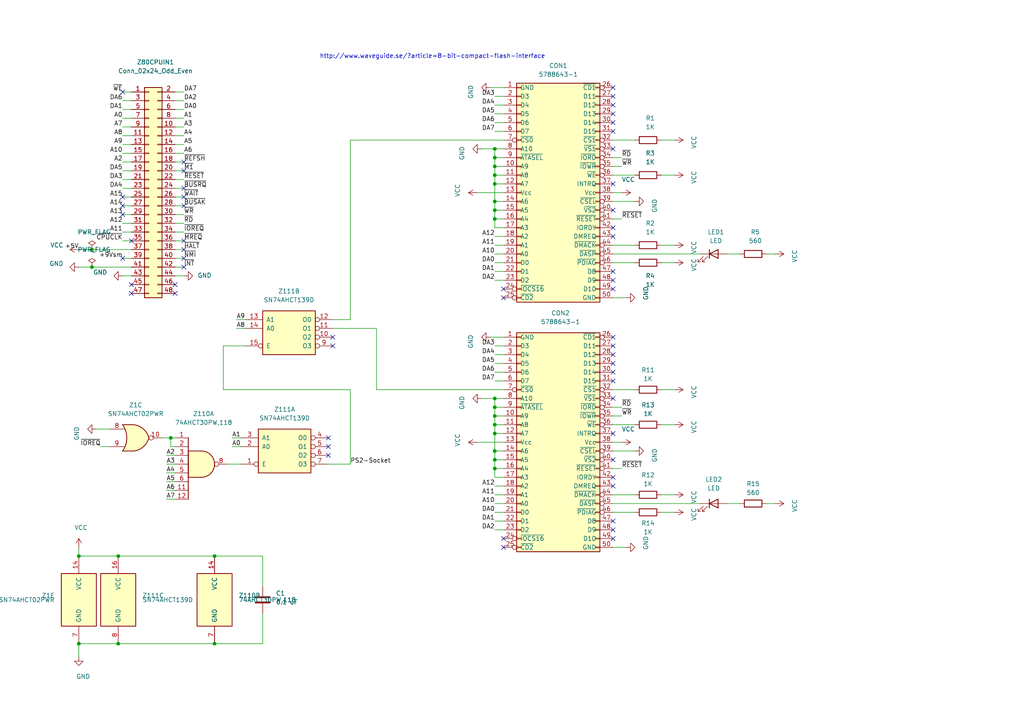
<source format=kicad_sch>
(kicad_sch (version 20211123) (generator eeschema)
  (paper "A4")
  (title_block (title "UniBoard") (date "2019-11-10") (rev "Alpha") (company "Ontobus") (comment 1 "John Bradley") (comment 2 "https://creativecommons.org/licenses/by-nc-sa/4.0/") (comment 3 "Attribution-NonCommercial-ShareAlike 4.0 International License.") (comment 4 "This work is licensed under a Creative Commons "))
  (lib_symbols
    (symbol "74xx:74HC02" (pin_names (offset 1.016))
      (property "Reference" "U" (at 0 1.27 0))
      (property "Value" "74HC02" (at 0 -1.27 0))
      (symbol "74HC02_1_1"
        (pin output inverted (at 7.62 0 180) (length 3.81) (name "~") (number "1"))
        (pin input line (at -7.62 2.54 0) (length 4.318) (name "~") (number "2"))
        (pin input line (at -7.62 -2.54 0) (length 4.318) (name "~") (number "3"))
      )
      (symbol "74HC02_1_2"
        (pin output line (at 7.62 0 180) (length 3.81) (name "~") (number "1"))
        (pin input inverted (at -7.62 2.54 0) (length 3.81) (name "~") (number "2"))
        (pin input inverted (at -7.62 -2.54 0) (length 3.81) (name "~") (number "3"))
      )
      (symbol "74HC02_2_1"
        (pin output inverted (at 7.62 0 180) (length 3.81) (name "~") (number "4"))
        (pin input line (at -7.62 2.54 0) (length 4.318) (name "~") (number "5"))
        (pin input line (at -7.62 -2.54 0) (length 4.318) (name "~") (number "6"))
      )
      (symbol "74HC02_2_2"
        (pin output line (at 7.62 0 180) (length 3.81) (name "~") (number "4"))
        (pin input inverted (at -7.62 2.54 0) (length 3.81) (name "~") (number "5"))
        (pin input inverted (at -7.62 -2.54 0) (length 3.81) (name "~") (number "6"))
      )
      (symbol "74HC02_3_1"
        (pin output inverted (at 7.62 0 180) (length 3.81) (name "~") (number "10"))
        (pin input line (at -7.62 2.54 0) (length 4.318) (name "~") (number "8"))
        (pin input line (at -7.62 -2.54 0) (length 4.318) (name "~") (number "9"))
      )
      (symbol "74HC02_3_2"
        (pin output line (at 7.62 0 180) (length 3.81) (name "~") (number "10"))
        (pin input inverted (at -7.62 2.54 0) (length 3.81) (name "~") (number "8"))
        (pin input inverted (at -7.62 -2.54 0) (length 3.81) (name "~") (number "9"))
      )
      (symbol "74HC02_4_1"
        (pin input line (at -7.62 2.54 0) (length 4.318) (name "~") (number "11"))
        (pin input line (at -7.62 -2.54 0) (length 4.318) (name "~") (number "12"))
        (pin output inverted (at 7.62 0 180) (length 3.81) (name "~") (number "13"))
      )
      (symbol "74HC02_4_2"
        (pin input inverted (at -7.62 2.54 0) (length 3.81) (name "~") (number "11"))
        (pin input inverted (at -7.62 -2.54 0) (length 3.81) (name "~") (number "12"))
        (pin output line (at 7.62 0 180) (length 3.81) (name "~") (number "13"))
      )
      (symbol "74HC02_5_0"
        (pin power_in line (at 0 12.7 270) (length 5.08) (name "VCC") (number "14"))
        (pin power_in line (at 0 -12.7 90) (length 5.08) (name "GND") (number "7"))
      )
    )
    (symbol "74xx:74LS139" (pin_names (offset 1.016))
      (property "Reference" "U" (at -7.62 8.89 0))
      (property "Value" "74LS139" (at -7.62 -8.89 0))
      (symbol "74LS139_1_0"
        (pin input inverted (at -12.7 -5.08 0) (length 5.08) (name "E") (number "1"))
        (pin input line (at -12.7 0 0) (length 5.08) (name "A0") (number "2"))
        (pin input line (at -12.7 2.54 0) (length 5.08) (name "A1") (number "3"))
        (pin output inverted (at 12.7 2.54 180) (length 5.08) (name "O0") (number "4"))
        (pin output inverted (at 12.7 0 180) (length 5.08) (name "O1") (number "5"))
        (pin output inverted (at 12.7 -2.54 180) (length 5.08) (name "O2") (number "6"))
        (pin output inverted (at 12.7 -5.08 180) (length 5.08) (name "O3") (number "7"))
      )
      (symbol "74LS139_2_0"
        (pin output inverted (at 12.7 -2.54 180) (length 5.08) (name "O2") (number "10"))
        (pin output inverted (at 12.7 0 180) (length 5.08) (name "O1") (number "11"))
        (pin output inverted (at 12.7 2.54 180) (length 5.08) (name "O0") (number "12"))
        (pin input line (at -12.7 2.54 0) (length 5.08) (name "A1") (number "13"))
        (pin input line (at -12.7 0 0) (length 5.08) (name "A0") (number "14"))
        (pin input inverted (at -12.7 -5.08 0) (length 5.08) (name "E") (number "15"))
        (pin output inverted (at 12.7 -5.08 180) (length 5.08) (name "O3") (number "9"))
      )
      (symbol "74LS139_3_0"
        (pin power_in line (at 0 12.7 270) (length 5.08) (name "VCC") (number "16"))
        (pin power_in line (at 0 -12.7 90) (length 5.08) (name "GND") (number "8"))
      )
    )
    (symbol "74xx:74LS30" (pin_names (offset 1.016))
      (property "Reference" "U" (at 0 1.27 0))
      (property "Value" "74LS30" (at 0 -1.27 0))
      (symbol "74LS30_1_1"
        (pin input line (at -7.62 7.62 0) (length 3.81) (name "~") (number "1"))
        (pin input line (at -7.62 -7.62 0) (length 3.81) (name "~") (number "11"))
        (pin input line (at -7.62 -10.16 0) (length 3.81) (name "~") (number "12"))
        (pin input line (at -7.62 5.08 0) (length 3.81) (name "~") (number "2"))
        (pin input line (at -7.62 2.54 0) (length 3.81) (name "~") (number "3"))
        (pin input line (at -7.62 0 0) (length 3.81) (name "~") (number "4"))
        (pin input line (at -7.62 -2.54 0) (length 3.81) (name "~") (number "5"))
        (pin input line (at -7.62 -5.08 0) (length 3.81) (name "~") (number "6"))
        (pin output inverted (at 7.62 0 180) (length 3.81) (name "~") (number "8"))
      )
      (symbol "74LS30_1_2"
        (pin input inverted (at -7.62 7.62 0) (length 3.81) (name "~") (number "1"))
        (pin input inverted (at -7.62 -7.62 0) (length 3.81) (name "~") (number "11"))
        (pin input inverted (at -7.62 -10.16 0) (length 3.81) (name "~") (number "12"))
        (pin input inverted (at -7.62 5.08 0) (length 3.81) (name "~") (number "2"))
        (pin input inverted (at -7.62 2.54 0) (length 4.5466) (name "~") (number "3"))
        (pin input inverted (at -7.62 0 0) (length 5.08) (name "~") (number "4"))
        (pin input inverted (at -7.62 -2.54 0) (length 4.5466) (name "~") (number "5"))
        (pin input inverted (at -7.62 -5.08 0) (length 3.81) (name "~") (number "6"))
        (pin output line (at 7.62 0 180) (length 3.81) (name "~") (number "8"))
      )
      (symbol "74LS30_2_0"
        (pin power_in line (at 0 12.7 270) (length 5.08) (name "VCC") (number "14"))
        (pin power_in line (at 0 -12.7 90) (length 5.08) (name "GND") (number "7"))
      )
    )
    (symbol "Connector_Generic:Conn_02x24_Odd_Even" (pin_names (offset 1.016) hide)
      (property "Reference" "J" (at 1.27 30.48 0))
      (property "Value" "Conn_02x24_Odd_Even" (at 1.27 -33.02 0))
      (symbol "Conn_02x24_Odd_Even_1_1"
        (pin passive line (at -5.08 27.94 0) (length 3.81) (name "Pin_1") (number "1"))
        (pin passive line (at 7.62 17.78 180) (length 3.81) (name "Pin_10") (number "10"))
        (pin passive line (at -5.08 15.24 0) (length 3.81) (name "Pin_11") (number "11"))
        (pin passive line (at 7.62 15.24 180) (length 3.81) (name "Pin_12") (number "12"))
        (pin passive line (at -5.08 12.7 0) (length 3.81) (name "Pin_13") (number "13"))
        (pin passive line (at 7.62 12.7 180) (length 3.81) (name "Pin_14") (number "14"))
        (pin passive line (at -5.08 10.16 0) (length 3.81) (name "Pin_15") (number "15"))
        (pin passive line (at 7.62 10.16 180) (length 3.81) (name "Pin_16") (number "16"))
        (pin passive line (at -5.08 7.62 0) (length 3.81) (name "Pin_17") (number "17"))
        (pin passive line (at 7.62 7.62 180) (length 3.81) (name "Pin_18") (number "18"))
        (pin passive line (at -5.08 5.08 0) (length 3.81) (name "Pin_19") (number "19"))
        (pin passive line (at 7.62 27.94 180) (length 3.81) (name "Pin_2") (number "2"))
        (pin passive line (at 7.62 5.08 180) (length 3.81) (name "Pin_20") (number "20"))
        (pin passive line (at -5.08 2.54 0) (length 3.81) (name "Pin_21") (number "21"))
        (pin passive line (at 7.62 2.54 180) (length 3.81) (name "Pin_22") (number "22"))
        (pin passive line (at -5.08 0 0) (length 3.81) (name "Pin_23") (number "23"))
        (pin passive line (at 7.62 0 180) (length 3.81) (name "Pin_24") (number "24"))
        (pin passive line (at -5.08 -2.54 0) (length 3.81) (name "Pin_25") (number "25"))
        (pin passive line (at 7.62 -2.54 180) (length 3.81) (name "Pin_26") (number "26"))
        (pin passive line (at -5.08 -5.08 0) (length 3.81) (name "Pin_27") (number "27"))
        (pin passive line (at 7.62 -5.08 180) (length 3.81) (name "Pin_28") (number "28"))
        (pin passive line (at -5.08 -7.62 0) (length 3.81) (name "Pin_29") (number "29"))
        (pin passive line (at -5.08 25.4 0) (length 3.81) (name "Pin_3") (number "3"))
        (pin passive line (at 7.62 -7.62 180) (length 3.81) (name "Pin_30") (number "30"))
        (pin passive line (at -5.08 -10.16 0) (length 3.81) (name "Pin_31") (number "31"))
        (pin passive line (at 7.62 -10.16 180) (length 3.81) (name "Pin_32") (number "32"))
        (pin passive line (at -5.08 -12.7 0) (length 3.81) (name "Pin_33") (number "33"))
        (pin passive line (at 7.62 -12.7 180) (length 3.81) (name "Pin_34") (number "34"))
        (pin passive line (at -5.08 -15.24 0) (length 3.81) (name "Pin_35") (number "35"))
        (pin passive line (at 7.62 -15.24 180) (length 3.81) (name "Pin_36") (number "36"))
        (pin passive line (at -5.08 -17.78 0) (length 3.81) (name "Pin_37") (number "37"))
        (pin passive line (at 7.62 -17.78 180) (length 3.81) (name "Pin_38") (number "38"))
        (pin passive line (at -5.08 -20.32 0) (length 3.81) (name "Pin_39") (number "39"))
        (pin passive line (at 7.62 25.4 180) (length 3.81) (name "Pin_4") (number "4"))
        (pin passive line (at 7.62 -20.32 180) (length 3.81) (name "Pin_40") (number "40"))
        (pin passive line (at -5.08 -22.86 0) (length 3.81) (name "Pin_41") (number "41"))
        (pin passive line (at 7.62 -22.86 180) (length 3.81) (name "Pin_42") (number "42"))
        (pin passive line (at -5.08 -25.4 0) (length 3.81) (name "Pin_43") (number "43"))
        (pin passive line (at 7.62 -25.4 180) (length 3.81) (name "Pin_44") (number "44"))
        (pin passive line (at -5.08 -27.94 0) (length 3.81) (name "Pin_45") (number "45"))
        (pin passive line (at 7.62 -27.94 180) (length 3.81) (name "Pin_46") (number "46"))
        (pin passive line (at -5.08 -30.48 0) (length 3.81) (name "Pin_47") (number "47"))
        (pin passive line (at 7.62 -30.48 180) (length 3.81) (name "Pin_48") (number "48"))
        (pin passive line (at -5.08 22.86 0) (length 3.81) (name "Pin_5") (number "5"))
        (pin passive line (at 7.62 22.86 180) (length 3.81) (name "Pin_6") (number "6"))
        (pin passive line (at -5.08 20.32 0) (length 3.81) (name "Pin_7") (number "7"))
        (pin passive line (at 7.62 20.32 180) (length 3.81) (name "Pin_8") (number "8"))
        (pin passive line (at -5.08 17.78 0) (length 3.81) (name "Pin_9") (number "9"))
      )
    )
    (symbol "Device:C" (pin_numbers hide) (pin_names (offset 0.254))
      (property "Reference" "C" (at 0.635 2.54 0))
      (property "Value" "C" (at 0.635 -2.54 0))
      (symbol "C_1_1"
        (pin passive line (at 0 3.81 270) (length 2.794) (name "~") (number "1"))
        (pin passive line (at 0 -3.81 90) (length 2.794) (name "~") (number "2"))
      )
    )
    (symbol "Device:LED" (pin_numbers hide) (pin_names (offset 1.016) hide)
      (property "Reference" "D" (at 0 2.54 0))
      (property "Value" "LED" (at 0 -2.54 0))
      (symbol "LED_1_1"
        (pin passive line (at -3.81 0 0) (length 2.54) (name "K") (number "1"))
        (pin passive line (at 3.81 0 180) (length 2.54) (name "A") (number "2"))
      )
    )
    (symbol "Device:R" (pin_numbers hide) (pin_names (offset 0))
      (property "Reference" "R" (at 2.032 0 90))
      (property "Value" "R" (at 0 0 90))
      (symbol "R_1_1"
        (pin passive line (at 0 3.81 270) (length 1.27) (name "~") (number "1"))
        (pin passive line (at 0 -3.81 90) (length 1.27) (name "~") (number "2"))
      )
    )
    (symbol "ExtraSymbols:5788643-1" (pin_names (offset 1.016))
      (property "Reference" "CF" (at 2.54 1.27 0))
      (property "Value" "5788643-1" (at 17.78 1.27 0))
      (symbol "5788643-1_1_1"
        (pin power_in line (at -3.81 -1.27 0) (length 3.81) (name "GND") (number "1"))
        (pin input line (at -3.81 -24.13 0) (length 3.81) (name "A9") (number "10"))
        (pin input line (at -3.81 -26.67 0) (length 3.81) (name "A8") (number "11"))
        (pin input line (at -3.81 -29.21 0) (length 3.81) (name "A7") (number "12"))
        (pin power_in line (at -3.81 -31.75 0) (length 3.81) (name "Vcc") (number "13"))
        (pin input line (at -3.81 -34.29 0) (length 3.81) (name "A6") (number "14"))
        (pin input line (at -3.81 -36.83 0) (length 3.81) (name "A5") (number "15"))
        (pin input line (at -3.81 -39.37 0) (length 3.81) (name "A4") (number "16"))
        (pin input line (at -3.81 -41.91 0) (length 3.81) (name "A3") (number "17"))
        (pin input line (at -3.81 -44.45 0) (length 3.81) (name "A2") (number "18"))
        (pin input line (at -3.81 -46.99 0) (length 3.81) (name "A1") (number "19"))
        (pin bidirectional line (at -3.81 -3.81 0) (length 3.81) (name "D3") (number "2"))
        (pin input line (at -3.81 -49.53 0) (length 3.81) (name "A0") (number "20"))
        (pin bidirectional line (at -3.81 -52.07 0) (length 3.81) (name "D0") (number "21"))
        (pin bidirectional line (at -3.81 -54.61 0) (length 3.81) (name "D1") (number "22"))
        (pin bidirectional line (at -3.81 -57.15 0) (length 3.81) (name "D2") (number "23"))
        (pin input inverted (at -3.81 -59.69 0) (length 3.81) (name "~{IOCS16}") (number "24"))
        (pin output inverted (at -3.81 -62.23 0) (length 3.81) (name "~{CD2}") (number "25"))
        (pin output inverted (at 27.94 -1.27 180) (length 3.81) (name "~{CD1}") (number "26"))
        (pin bidirectional line (at 27.94 -3.81 180) (length 3.81) (name "D11") (number "27"))
        (pin bidirectional line (at 27.94 -6.35 180) (length 3.81) (name "D12") (number "28"))
        (pin bidirectional line (at 27.94 -8.89 180) (length 3.81) (name "D13") (number "29"))
        (pin bidirectional line (at -3.81 -6.35 0) (length 3.81) (name "D4") (number "3"))
        (pin bidirectional line (at 27.94 -11.43 180) (length 3.81) (name "D14") (number "30"))
        (pin bidirectional line (at 27.94 -13.97 180) (length 3.81) (name "D15") (number "31"))
        (pin input inverted (at 27.94 -16.51 180) (length 3.81) (name "~{CS1}") (number "32"))
        (pin output inverted (at 27.94 -19.05 180) (length 3.81) (name "~{VS1}") (number "33"))
        (pin input inverted (at 27.94 -21.59 180) (length 3.81) (name "~{IORD}") (number "34"))
        (pin input inverted (at 27.94 -24.13 180) (length 3.81) (name "~{IOWR}") (number "35"))
        (pin input inverted (at 27.94 -26.67 180) (length 3.81) (name "~{WE}") (number "36"))
        (pin output line (at 27.94 -29.21 180) (length 3.81) (name "INTRQ") (number "37"))
        (pin power_in line (at 27.94 -31.75 180) (length 3.81) (name "Vcc") (number "38"))
        (pin input inverted (at 27.94 -34.29 180) (length 3.81) (name "~{CSEL}") (number "39"))
        (pin bidirectional line (at -3.81 -8.89 0) (length 3.81) (name "D5") (number "4"))
        (pin output inverted (at 27.94 -36.83 180) (length 3.81) (name "~{VS2}") (number "40"))
        (pin input inverted (at 27.94 -39.37 180) (length 3.81) (name "~{RESET}") (number "41"))
        (pin output line (at 27.94 -41.91 180) (length 3.81) (name "IORDY") (number "42"))
        (pin output line (at 27.94 -44.45 180) (length 3.81) (name "DMREQ") (number "43"))
        (pin input inverted (at 27.94 -46.99 180) (length 3.81) (name "~{DMACK}") (number "44"))
        (pin bidirectional inverted (at 27.94 -49.53 180) (length 3.81) (name "~{DASP}") (number "45"))
        (pin bidirectional inverted (at 27.94 -52.07 180) (length 3.81) (name "~{PDIAG}") (number "46"))
        (pin bidirectional line (at 27.94 -54.61 180) (length 3.81) (name "D8") (number "47"))
        (pin bidirectional line (at 27.94 -57.15 180) (length 3.81) (name "D9") (number "48"))
        (pin bidirectional line (at 27.94 -59.69 180) (length 3.81) (name "D10") (number "49"))
        (pin bidirectional line (at -3.81 -11.43 0) (length 3.81) (name "D6") (number "5"))
        (pin power_in line (at 27.94 -62.23 180) (length 3.81) (name "GND") (number "50"))
        (pin bidirectional line (at -3.81 -13.97 0) (length 3.81) (name "D7") (number "6"))
        (pin input inverted (at -3.81 -16.51 0) (length 3.81) (name "~{CS0}") (number "7"))
        (pin input line (at -3.81 -19.05 0) (length 3.81) (name "A10") (number "8"))
        (pin input line (at -3.81 -21.59 0) (length 3.81) (name "~{ATASEL}") (number "9"))
      )
    )
    (symbol "power:GND" (power) (pin_names (offset 0))
      (property "Value" "GND" (at 0 -3.81 0))
      (symbol "GND_1_1"
        (pin power_in line (at 0 0 270) (length 0) hide (name "GND") (number "1"))
      )
    )
    (symbol "power:PWR_FLAG" (power) (pin_numbers hide) (pin_names (offset 0) hide)
      (property "Value" "PWR_FLAG" (at 0 3.81 0))
      (symbol "PWR_FLAG_0_0"
        (pin power_out line (at 0 0 90) (length 0) (name "pwr") (number "1"))
      )
    )
    (symbol "power:VCC" (power) (pin_names (offset 0))
      (property "Value" "VCC" (at 0 3.81 0))
      (symbol "VCC_1_1"
        (pin power_in line (at 0 0 90) (length 0) hide (name "VCC") (number "1"))
      )
    )
  )
  (junction (at 143.51 58.42))
  (junction (at 34.29 161.29))
  (junction (at 62.23 186.69))
  (junction (at 143.51 45.72))
  (junction (at 22.86 186.69))
  (junction (at 143.51 53.34))
  (junction (at 143.51 123.19))
  (junction (at 143.51 43.18))
  (junction (at 26.67 72.39))
  (junction (at 143.51 133.35))
  (junction (at 49.53 127))
  (junction (at 143.51 115.57))
  (junction (at 34.29 186.69))
  (junction (at 143.51 118.11))
  (junction (at 143.51 120.65))
  (junction (at 143.51 50.8))
  (junction (at 62.23 161.29))
  (junction (at 143.51 125.73))
  (junction (at 143.51 63.5))
  (junction (at 143.51 48.26))
  (junction (at 143.51 135.89))
  (junction (at 143.51 60.96))
  (junction (at 26.67 77.47))
  (junction (at 143.51 130.81))
  (junction (at 22.86 161.29))
  (no_connect (at 177.8 102.87))
  (no_connect (at 35.56 74.93))
  (no_connect (at 53.34 57.15))
  (no_connect (at 177.8 100.33))
  (no_connect (at 177.8 110.49))
  (no_connect (at 35.56 26.67))
  (no_connect (at 95.25 127))
  (no_connect (at 177.8 66.04))
  (no_connect (at 38.1 69.85))
  (no_connect (at 95.25 132.08))
  (no_connect (at 177.8 43.18))
  (no_connect (at 177.8 133.35))
  (no_connect (at -344.805 283.21))
  (no_connect (at -3.81 86.36))
  (no_connect (at 35.56 57.15))
  (no_connect (at 146.05 156.21))
  (no_connect (at 177.8 30.48))
  (no_connect (at 53.34 49.53))
  (no_connect (at 177.8 156.21))
  (no_connect (at 35.56 62.23))
  (no_connect (at 177.8 27.94))
  (no_connect (at 177.8 33.02))
  (no_connect (at 177.8 53.34))
  (no_connect (at 53.34 72.39))
  (no_connect (at 177.8 138.43))
  (no_connect (at 177.8 153.67))
  (no_connect (at 53.34 77.47))
  (no_connect (at -19.05 88.9))
  (no_connect (at 177.8 107.95))
  (no_connect (at -19.05 134.62))
  (no_connect (at 177.8 115.57))
  (no_connect (at 146.05 86.36))
  (no_connect (at 177.8 60.96))
  (no_connect (at 177.8 105.41))
  (no_connect (at 177.8 81.28))
  (no_connect (at 35.56 59.69))
  (no_connect (at 53.34 54.61))
  (no_connect (at 177.8 140.97))
  (no_connect (at 53.34 46.99))
  (no_connect (at 177.8 78.74))
  (no_connect (at 95.25 129.54))
  (no_connect (at 177.8 35.56))
  (no_connect (at 177.8 83.82))
  (no_connect (at 177.8 25.4))
  (no_connect (at 53.34 74.93))
  (no_connect (at 146.05 83.82))
  (no_connect (at -19.05 129.54))
  (no_connect (at -19.05 111.76))
  (no_connect (at 53.34 59.69))
  (no_connect (at 50.8 82.55))
  (no_connect (at -19.05 83.82))
  (no_connect (at 50.8 85.09))
  (no_connect (at 96.52 97.79))
  (no_connect (at 177.8 38.1))
  (no_connect (at 53.34 69.85))
  (no_connect (at -3.81 132.08))
  (no_connect (at 177.8 68.58))
  (no_connect (at -19.05 106.68))
  (no_connect (at 38.1 82.55))
  (no_connect (at 38.1 85.09))
  (no_connect (at -28.575 298.45))
  (no_connect (at 177.8 151.13))
  (no_connect (at -3.81 109.22))
  (no_connect (at 345.44 22.86))
  (no_connect (at 177.8 125.73))
  (no_connect (at 177.8 97.79))
  (no_connect (at 96.52 100.33))
  (no_connect (at 146.05 158.75))
  (wire (pts (xy 38.1 80.01) (xy 35.56 80.01)))
  (wire (pts (xy 50.8 69.85) (xy 53.34 69.85)))
  (wire (pts (xy 50.8 57.15) (xy 53.34 57.15)))
  (wire (pts (xy 38.1 41.91) (xy 35.56 41.91)))
  (wire (pts (xy 146.05 71.12) (xy 143.51 71.12)))
  (wire (pts (xy 138.43 128.27) (xy 146.05 128.27)))
  (wire (pts (xy 50.8 132.08) (xy 48.26 132.08)))
  (wire (pts (xy 143.51 135.89) (xy 143.51 133.35)))
  (wire (pts (xy 177.8 40.64) (xy 184.15 40.64)))
  (wire (pts (xy 96.52 95.25) (xy 109.22 95.25)))
  (wire (pts (xy 146.05 102.87) (xy 143.51 102.87)))
  (wire (pts (xy 177.8 118.11) (xy 180.34 118.11)))
  (wire (pts (xy 146.05 68.58) (xy 143.51 68.58)))
  (wire (pts (xy 146.05 140.97) (xy 143.51 140.97)))
  (wire (pts (xy 146.05 146.05) (xy 143.51 146.05)))
  (wire (pts (xy 146.05 33.02) (xy 143.51 33.02)))
  (wire (pts (xy 146.05 123.19) (xy 143.51 123.19)))
  (wire (pts (xy 146.05 40.64) (xy 101.6 40.64)))
  (wire (pts (xy 53.34 74.93) (xy 50.8 74.93)))
  (wire (pts (xy 191.77 143.51) (xy 195.58 143.51)))
  (wire (pts (xy 177.8 76.2) (xy 184.15 76.2)))
  (wire (pts (xy 177.8 148.59) (xy 184.15 148.59)))
  (wire (pts (xy 50.8 36.83) (xy 53.34 36.83)))
  (wire (pts (xy 50.8 64.77) (xy 53.34 64.77)))
  (wire (pts (xy 50.8 139.7) (xy 48.26 139.7)))
  (wire (pts (xy 64.77 113.03) (xy 64.77 100.33)))
  (wire (pts (xy 38.1 69.85) (xy 35.56 69.85)))
  (wire (pts (xy 146.05 63.5) (xy 143.51 63.5)))
  (wire (pts (xy 50.8 34.29) (xy 53.34 34.29)))
  (wire (pts (xy 38.1 26.67) (xy 35.56 26.67)))
  (wire (pts (xy 71.12 95.25) (xy 68.58 95.25)))
  (wire (pts (xy 146.05 135.89) (xy 143.51 135.89)))
  (wire (pts (xy 191.77 123.19) (xy 195.58 123.19)))
  (wire (pts (xy 177.8 73.66) (xy 203.2 73.66)))
  (wire (pts (xy 38.1 46.99) (xy 35.56 46.99)))
  (wire (pts (xy 101.6 113.03) (xy 64.77 113.03)))
  (wire (pts (xy 146.05 151.13) (xy 143.51 151.13)))
  (wire (pts (xy 146.05 138.43) (xy 143.51 138.43)))
  (wire (pts (xy 146.05 53.34) (xy 143.51 53.34)))
  (wire (pts (xy 146.05 143.51) (xy 143.51 143.51)))
  (wire (pts (xy 143.51 45.72) (xy 146.05 45.72)))
  (wire (pts (xy 50.8 46.99) (xy 53.34 46.99)))
  (wire (pts (xy 177.8 135.89) (xy 180.34 135.89)))
  (wire (pts (xy 177.8 48.26) (xy 180.34 48.26)))
  (wire (pts (xy 62.23 186.69) (xy 76.2 186.69)))
  (wire (pts (xy 62.23 161.29) (xy 76.2 161.29)))
  (wire (pts (xy 38.1 72.39) (xy 26.67 72.39)))
  (wire (pts (xy 38.1 29.21) (xy 35.56 29.21)))
  (wire (pts (xy 50.8 44.45) (xy 53.34 44.45)))
  (wire (pts (xy 177.8 63.5) (xy 180.34 63.5)))
  (wire (pts (xy 50.8 26.67) (xy 53.34 26.67)))
  (wire (pts (xy 50.8 62.23) (xy 53.34 62.23)))
  (wire (pts (xy 34.29 186.69) (xy 62.23 186.69)))
  (wire (pts (xy 50.8 39.37) (xy 53.34 39.37)))
  (wire (pts (xy 38.1 52.07) (xy 35.56 52.07)))
  (wire (pts (xy 38.1 31.75) (xy 35.56 31.75)))
  (wire (pts (xy 146.05 43.18) (xy 143.51 43.18)))
  (wire (pts (xy 177.8 158.75) (xy 181.61 158.75)))
  (wire (pts (xy 191.77 50.8) (xy 195.58 50.8)))
  (wire (pts (xy 177.8 71.12) (xy 184.15 71.12)))
  (wire (pts (xy 31.75 124.46) (xy 27.94 124.46)))
  (wire (pts (xy 38.1 74.93) (xy 35.56 74.93)))
  (wire (pts (xy 146.05 30.48) (xy 143.51 30.48)))
  (wire (pts (xy 49.53 129.54) (xy 50.8 129.54)))
  (wire (pts (xy 50.8 59.69) (xy 53.34 59.69)))
  (wire (pts (xy 146.05 148.59) (xy 143.51 148.59)))
  (wire (pts (xy 50.8 142.24) (xy 48.26 142.24)))
  (wire (pts (xy 210.82 146.05) (xy 214.63 146.05)))
  (wire (pts (xy 50.8 144.78) (xy 48.26 144.78)))
  (wire (pts (xy 143.51 48.26) (xy 143.51 45.72)))
  (wire (pts (xy 50.8 54.61) (xy 53.34 54.61)))
  (wire (pts (xy 177.8 146.05) (xy 203.2 146.05)))
  (wire (pts (xy 177.8 50.8) (xy 184.15 50.8)))
  (wire (pts (xy 146.05 97.79) (xy 142.24 97.79)))
  (wire (pts (xy 143.51 125.73) (xy 143.51 123.19)))
  (wire (pts (xy 143.51 130.81) (xy 143.51 125.73)))
  (wire (pts (xy 224.79 146.05) (xy 222.25 146.05)))
  (wire (pts (xy 143.51 138.43) (xy 143.51 135.89)))
  (wire (pts (xy 50.8 49.53) (xy 53.34 49.53)))
  (wire (pts (xy 69.85 129.54) (xy 67.31 129.54)))
  (wire (pts (xy 146.05 60.96) (xy 143.51 60.96)))
  (wire (pts (xy 38.1 36.83) (xy 35.56 36.83)))
  (wire (pts (xy 69.85 127) (xy 67.31 127)))
  (wire (pts (xy 177.8 130.81) (xy 184.15 130.81)))
  (wire (pts (xy 50.8 80.01) (xy 53.34 80.01)))
  (wire (pts (xy 38.1 59.69) (xy 35.56 59.69)))
  (wire (pts (xy 177.8 143.51) (xy 184.15 143.51)))
  (wire (pts (xy 95.25 134.62) (xy 101.6 134.62)))
  (wire (pts (xy 22.86 186.69) (xy 34.29 186.69)))
  (wire (pts (xy 146.05 76.2) (xy 143.51 76.2)))
  (wire (pts (xy 38.1 34.29) (xy 35.56 34.29)))
  (wire (pts (xy 38.1 49.53) (xy 35.56 49.53)))
  (wire (pts (xy 143.51 66.04) (xy 143.51 63.5)))
  (wire (pts (xy 138.43 55.88) (xy 146.05 55.88)))
  (wire (pts (xy 177.8 113.03) (xy 184.15 113.03)))
  (wire (pts (xy 146.05 110.49) (xy 143.51 110.49)))
  (wire (pts (xy 191.77 71.12) (xy 195.58 71.12)))
  (wire (pts (xy 146.05 115.57) (xy 143.51 115.57)))
  (wire (pts (xy 146.05 35.56) (xy 143.51 35.56)))
  (wire (pts (xy 146.05 58.42) (xy 143.51 58.42)))
  (wire (pts (xy 69.85 134.62) (xy 66.04 134.62)))
  (wire (pts (xy 71.12 92.71) (xy 68.58 92.71)))
  (wire (pts (xy 143.51 133.35) (xy 143.51 130.81)))
  (wire (pts (xy 38.1 57.15) (xy 35.56 57.15)))
  (wire (pts (xy 146.05 50.8) (xy 143.51 50.8)))
  (wire (pts (xy 146.05 25.4) (xy 142.24 25.4)))
  (wire (pts (xy 191.77 40.64) (xy 195.58 40.64)))
  (wire (pts (xy 177.8 123.19) (xy 184.15 123.19)))
  (wire (pts (xy 50.8 29.21) (xy 53.34 29.21)))
  (wire (pts (xy 50.8 72.39) (xy 53.34 72.39)))
  (wire (pts (xy 146.05 130.81) (xy 143.51 130.81)))
  (wire (pts (xy 50.8 67.31) (xy 53.34 67.31)))
  (wire (pts (xy 143.51 53.34) (xy 143.51 50.8)))
  (wire (pts (xy 76.2 177.8) (xy 76.2 186.69)))
  (wire (pts (xy 224.79 73.66) (xy 222.25 73.66)))
  (wire (pts (xy 109.22 95.25) (xy 109.22 113.03)))
  (wire (pts (xy 38.1 62.23) (xy 35.56 62.23)))
  (wire (pts (xy 22.86 158.75) (xy 22.86 161.29)))
  (wire (pts (xy 22.86 186.69) (xy 22.86 190.5)))
  (wire (pts (xy 191.77 148.59) (xy 195.58 148.59)))
  (wire (pts (xy 177.8 120.65) (xy 180.34 120.65)))
  (wire (pts (xy 34.29 161.29) (xy 62.23 161.29)))
  (wire (pts (xy 143.51 58.42) (xy 143.51 53.34)))
  (wire (pts (xy 38.1 44.45) (xy 35.56 44.45)))
  (wire (pts (xy 50.8 77.47) (xy 53.34 77.47)))
  (wire (pts (xy 38.1 39.37) (xy 35.56 39.37)))
  (wire (pts (xy 177.8 86.36) (xy 181.61 86.36)))
  (wire (pts (xy 180.34 55.88) (xy 177.8 55.88)))
  (wire (pts (xy 177.8 45.72) (xy 180.34 45.72)))
  (wire (pts (xy 146.05 125.73) (xy 143.51 125.73)))
  (wire (pts (xy 146.05 100.33) (xy 143.51 100.33)))
  (wire (pts (xy 26.67 72.39) (xy 22.86 72.39)))
  (wire (pts (xy 50.8 41.91) (xy 53.34 41.91)))
  (wire (pts (xy 143.51 43.18) (xy 139.7 43.18)))
  (wire (pts (xy 143.51 50.8) (xy 143.51 48.26)))
  (wire (pts (xy 146.05 113.03) (xy 109.22 113.03)))
  (wire (pts (xy 101.6 40.64) (xy 101.6 92.71)))
  (wire (pts (xy 22.86 77.47) (xy 26.67 77.47)))
  (wire (pts (xy 146.05 78.74) (xy 143.51 78.74)))
  (wire (pts (xy 26.67 77.47) (xy 38.1 77.47)))
  (wire (pts (xy 31.75 129.54) (xy 29.21 129.54)))
  (wire (pts (xy 146.05 105.41) (xy 143.51 105.41)))
  (wire (pts (xy 38.1 54.61) (xy 35.56 54.61)))
  (wire (pts (xy 96.52 92.71) (xy 101.6 92.71)))
  (wire (pts (xy 146.05 73.66) (xy 143.51 73.66)))
  (wire (pts (xy 146.05 153.67) (xy 143.51 153.67)))
  (wire (pts (xy 49.53 127) (xy 46.99 127)))
  (wire (pts (xy 22.86 161.29) (xy 34.29 161.29)))
  (wire (pts (xy 64.77 100.33) (xy 71.12 100.33)))
  (wire (pts (xy 146.05 48.26) (xy 143.51 48.26)))
  (wire (pts (xy 146.05 120.65) (xy 143.51 120.65)))
  (wire (pts (xy 191.77 113.03) (xy 195.58 113.03)))
  (wire (pts (xy 180.34 128.27) (xy 177.8 128.27)))
  (wire (pts (xy 143.51 120.65) (xy 143.51 118.11)))
  (wire (pts (xy 143.51 123.19) (xy 143.51 120.65)))
  (wire (pts (xy 50.8 31.75) (xy 53.34 31.75)))
  (wire (pts (xy 76.2 161.29) (xy 76.2 170.18)))
  (wire (pts (xy 146.05 107.95) (xy 143.51 107.95)))
  (wire (pts (xy 146.05 27.94) (xy 143.51 27.94)))
  (wire (pts (xy 143.51 63.5) (xy 143.51 60.96)))
  (wire (pts (xy 143.51 115.57) (xy 139.7 115.57)))
  (wire (pts (xy 49.53 127) (xy 49.53 129.54)))
  (wire (pts (xy 177.8 58.42) (xy 184.15 58.42)))
  (wire (pts (xy 50.8 52.07) (xy 53.34 52.07)))
  (wire (pts (xy 191.77 76.2) (xy 195.58 76.2)))
  (wire (pts (xy 38.1 64.77) (xy 35.56 64.77)))
  (wire (pts (xy 146.05 38.1) (xy 143.51 38.1)))
  (wire (pts (xy 143.51 118.11) (xy 143.51 115.57)))
  (wire (pts (xy 143.51 118.11) (xy 146.05 118.11)))
  (wire (pts (xy 38.1 67.31) (xy 35.56 67.31)))
  (wire (pts (xy 50.8 134.62) (xy 48.26 134.62)))
  (wire (pts (xy 143.51 60.96) (xy 143.51 58.42)))
  (wire (pts (xy 50.8 137.16) (xy 48.26 137.16)))
  (wire (pts (xy 210.82 73.66) (xy 214.63 73.66)))
  (wire (pts (xy 146.05 66.04) (xy 143.51 66.04)))
  (wire (pts (xy 143.51 45.72) (xy 143.51 43.18)))
  (wire (pts (xy 101.6 113.03) (xy 101.6 134.62)))
  (wire (pts (xy 146.05 133.35) (xy 143.51 133.35)))
  (wire (pts (xy 146.05 81.28) (xy 143.51 81.28)))
  (wire (pts (xy 50.8 127) (xy 49.53 127)))
  (text "http://www.waveguide.se/?article=8-bit-compact-flash-interface" (at 92.71 17.145 0) (effects (font (size 1.27 1.27)) (justify left bottom)))
  (label "A0" (at 67.31 129.54 0))
  (label "DA6" (at 35.56 29.21 180))
  (label "A1" (at 53.34 34.29 0))
  (label "A10" (at 143.51 146.05 180))
  (label "~{WR}" (at 53.34 62.23 0))
  (label "A5" (at 48.26 139.7 0))
  (label "~{CPUCLK}" (at 35.56 69.85 180))
  (label "A13" (at 35.56 62.23 180))
  (label "~{RD}" (at 180.34 45.72 0))
  (label "~{RD}" (at 53.34 64.77 0))
  (label "A8" (at 68.58 95.25 0))
  (label "~{HALT}" (at 53.34 72.39 0))
  (label "DA6" (at 143.51 35.56 180))
  (label "DA1" (at 143.51 151.13 180))
  (label "DA3" (at 35.56 52.07 180))
  (label "A2" (at 48.26 132.08 0))
  (label "~{WE}" (at 35.56 26.67 180))
  (label "+5V" (at 22.86 72.39 180))
  (label "~{M1}" (at 53.34 49.53 0))
  (label "A11" (at 143.51 143.51 180))
  (label "A1" (at 67.31 127 0))
  (label "A10" (at 143.51 73.66 180))
  (label "~{RESET}" (at 53.34 52.07 0))
  (label "DA0" (at 143.51 76.2 180))
  (label "PS2-Socket" (at 101.6 134.62 0))
  (label "A9" (at 68.58 92.71 0))
  (label "DA2" (at 143.51 153.67 180))
  (label "~{BUSRQ}" (at 53.34 54.61 0))
  (label "A14" (at 35.56 59.69 180))
  (label "DA7" (at 53.34 26.67 0))
  (label "DA4" (at 143.51 102.87 180))
  (label "~{BUSAK}" (at 53.34 59.69 0))
  (label "DA6" (at 143.51 107.95 180))
  (label "DA5" (at 35.56 49.53 180))
  (label "A9" (at 35.56 41.91 180))
  (label "A11" (at 35.56 67.31 180))
  (label "A4" (at 48.26 137.16 0))
  (label "~{RD}" (at 180.34 118.11 0))
  (label "A6" (at 48.26 142.24 0))
  (label "~{RESET}" (at 180.34 63.5 0))
  (label "A12" (at 35.56 64.77 180))
  (label "~{MREQ}" (at 53.34 69.85 0))
  (label "A6" (at 53.34 44.45 0))
  (label "+9Vsm" (at 35.56 74.93 180))
  (label "A7" (at 48.26 144.78 0))
  (label "~{WAIT}" (at 53.34 57.15 0))
  (label "A7" (at 35.56 36.83 180))
  (label "DA5" (at 143.51 105.41 180))
  (label "A3" (at 53.34 36.83 0))
  (label "DA2" (at 143.51 81.28 180))
  (label "DA4" (at 35.56 54.61 180))
  (label "A15" (at 35.56 57.15 180))
  (label "DA1" (at 35.56 31.75 180))
  (label "DA1" (at 143.51 78.74 180))
  (label "~{WR}" (at 180.34 48.26 0))
  (label "DA7" (at 143.51 110.49 180))
  (label "A8" (at 35.56 39.37 180))
  (label "DA0" (at 53.34 31.75 0))
  (label "A12" (at 143.51 140.97 180))
  (label "~{REFSH}" (at 53.34 46.99 0))
  (label "DA4" (at 143.51 30.48 180))
  (label "~{IOREQ}" (at 29.21 129.54 180))
  (label "~{NMI}" (at 53.34 74.93 0))
  (label "DA5" (at 143.51 33.02 180))
  (label "A0" (at 35.56 34.29 180))
  (label "DA0" (at 143.51 148.59 180))
  (label "A11" (at 143.51 71.12 180))
  (label "A10" (at 35.56 44.45 180))
  (label "A4" (at 53.34 39.37 0))
  (label "A12" (at 143.51 68.58 180))
  (label "A5" (at 53.34 41.91 0))
  (label "DA2" (at 53.34 29.21 0))
  (label "~{IOREQ}" (at 53.34 67.31 0))
  (label "~{WR}" (at 180.34 120.65 0))
  (label "~{INT}" (at 53.34 77.47 0))
  (label "A2" (at 35.56 46.99 180))
  (label "DA7" (at 143.51 38.1 180))
  (label "~{RESET}" (at 180.34 135.89 0))
  (label "DA3" (at 143.51 27.94 180))
  (label "DA3" (at 143.51 100.33 180))
  (label "A3" (at 48.26 134.62 0))
  (symbol (lib_id "74xx:74LS139") (at 82.55 129.54 0) (unit 1)
    (property "Reference" "Z111" (at 82.55 118.745 0))
    (property "Value" "SN74AHCT139D" (at 82.55 121.285 0))
    (property "Footprint" "Package_SO:SOP-16_4.4x10.4mm_P1.27mm" (effects hide))
    (property "Datasheet" "http://www.ti.com/lit/ds/symlink/sn74ls139a.pdf" (effects hide))
    (property "Manufacturer_Name" "Texas Instruments" (effects hide))
    (property "Manufacturer_Part_Number" "SN74AHCT139D" (effects hide))
  )
  (symbol (lib_id "power:VCC") (at 22.86 72.39 90) (unit 1)
    (property "Reference" "#PWR0101" (effects hide))
    (property "Value" "VCC" (at 18.415 71.12 90) (effects (justify left)))
  )
  (symbol (lib_id "74xx:74LS139") (at 83.82 95.25 0) (unit 2)
    (property "Reference" "Z111" (at 83.82 84.455 0))
    (property "Value" "SN74AHCT139D" (at 83.82 86.995 0))
    (property "Footprint" "Package_SO:SOP-16_4.4x10.4mm_P1.27mm" (effects hide))
    (property "Datasheet" "http://www.ti.com/lit/ds/symlink/sn74ls139a.pdf" (effects hide))
    (property "Manufacturer_Name" "Texas Instruments" (effects hide))
    (property "Manufacturer_Part_Number" "SN74AHCT139D" (effects hide))
  )
  (symbol (lib_id "ExtraSymbols:5788643-1") (at 149.86 24.13 0) (unit 1)
    (property "Reference" "CON1" (at 161.925 19.05 0))
    (property "Value" "5788643-1" (at 161.925 21.59 0))
    (property "Footprint" "ExtraFootprints:57886431" (effects hide))
    (property "Manufacturer_Name" "TE Connectivity / AMP " (effects hide))
    (property "Manufacturer_Part_Number" "57886431" (effects hide))
  )
  (symbol (lib_id "74xx:74HC02") (at -11.43 132.08 0) (unit 4)
    (property "Reference" "Z1" (at -11.43 122.555 0))
    (property "Value" "SN74AHCT02PWR" (at -11.43 125.095 0))
    (property "Footprint" "Package_SO:SSOP-14_5.3x6.2mm_P0.65mm" (effects hide))
    (property "Datasheet" "http://www.ti.com/lit/gpn/sn74hc02" (effects hide))
    (property "Manufacturer_Part_Number" "SN74AHCT02PWR" (effects hide))
    (property "Manufacturer_Name" "Texas" (effects hide))
  )
  (symbol (lib_id "74xx:74HC02") (at 22.86 173.99 0) (unit 5)
    (property "Reference" "Z1" (at 15.875 172.72 0) (effects (justify right)))
    (property "Value" "SN74AHCT02PWR" (at 15.875 173.99 0) (effects (justify right)))
    (property "Footprint" "Package_SO:SSOP-14_5.3x6.2mm_P0.65mm" (effects hide))
    (property "Datasheet" "http://www.ti.com/lit/gpn/sn74hc02" (effects hide))
    (property "Manufacturer_Part_Number" "SN74AHCT02PWR" (effects hide))
    (property "Manufacturer_Name" "Texas" (effects hide))
  )
  (symbol (lib_id "power:PWR_FLAG") (at 26.67 72.39 0) (unit 1)
    (property "Reference" "#FLG0101" (effects hide))
    (property "Value" "PWR_FLAG" (at 27.305 67.31 0))
  )
  (symbol (lib_id "power:PWR_FLAG") (at 26.67 77.47 0) (unit 1)
    (property "Reference" "#FLG0102" (effects hide))
    (property "Value" "PWR_FLAG" (at 27.305 72.39 0))
  )
  (symbol (lib_id "power:GND") (at 139.7 43.18 270) (unit 1)
    (property "Reference" "#PWR0102" (effects hide))
    (property "Value" "GND" (at 133.985 44.45 0))
  )
  (symbol (lib_id "power:GND") (at 184.15 58.42 90) (mirror x) (unit 1)
    (property "Reference" "#PWR0103" (effects hide))
    (property "Value" "GND" (at 189.865 59.69 0))
  )
  (symbol (lib_id "Device:LED") (at 207.01 73.66 0) (unit 1)
    (property "Reference" "LED1" (at 207.645 67.31 0))
    (property "Value" "LED" (at 207.645 69.85 0))
    (property "Footprint" "LED_THT:LED_D3.0mm" (effects hide))
    (property "Manufacturer_Name" "Kingbright" (effects hide))
    (property "Manufacturer_Part_Number" "WP710A10SRD5V" (effects hide))
  )
  (symbol (lib_id "power:GND") (at 181.61 86.36 90) (unit 1)
    (property "Reference" "#PWR0104" (effects hide))
    (property "Value" "GND" (at 187.325 85.09 0))
  )
  (symbol (lib_id "Device:R") (at 187.96 76.2 270) (unit 1)
    (property "Reference" "R4" (at 188.595 80.01 90))
    (property "Value" "1K" (at 188.595 82.55 90))
    (property "Footprint" "Resistor_THT:R_Axial_DIN0204_L3.6mm_D1.6mm_P2.54mm_Vertical" (effects hide))
    (property "Manufacturer_Name" "Vishay " (effects hide))
    (property "Manufacturer_Part_Number" "MBA02040C1001FC100" (effects hide))
  )
  (symbol (lib_id "Device:R") (at 218.44 73.66 270) (unit 1)
    (property "Reference" "R5" (at 219.075 67.31 90))
    (property "Value" "560" (at 219.075 69.85 90))
    (property "Footprint" "Resistor_THT:R_Axial_DIN0204_L3.6mm_D1.6mm_P2.54mm_Vertical" (effects hide))
    (property "Manufacturer_Name" "Vishay " (effects hide))
    (property "Manufacturer_Part_Number" "MBA02040C5600FC100" (effects hide))
  )
  (symbol (lib_id "power:VCC") (at 224.79 73.66 270) (unit 1)
    (property "Reference" "#PWR0105" (effects hide))
    (property "Value" "VCC" (at 230.505 74.295 0))
  )
  (symbol (lib_id "power:VCC") (at 195.58 76.2 270) (unit 1)
    (property "Reference" "#PWR0106" (effects hide))
    (property "Value" "VCC" (at 201.295 76.835 0))
  )
  (symbol (lib_id "Device:R") (at 187.96 71.12 270) (unit 1)
    (property "Reference" "R2" (at 188.595 64.77 90))
    (property "Value" "1K" (at 188.595 67.31 90))
    (property "Footprint" "Resistor_THT:R_Axial_DIN0204_L3.6mm_D1.6mm_P2.54mm_Vertical" (effects hide))
    (property "Manufacturer_Name" "Vishay " (effects hide))
    (property "Manufacturer_Part_Number" "MBA02040C1001FC100" (effects hide))
  )
  (symbol (lib_id "power:VCC") (at 195.58 71.12 270) (unit 1)
    (property "Reference" "#PWR0110" (effects hide))
    (property "Value" "VCC" (at 201.295 71.755 0))
  )
  (symbol (lib_id "Device:R") (at 187.96 50.8 270) (unit 1)
    (property "Reference" "R3" (at 188.595 44.45 90))
    (property "Value" "1K" (at 188.595 46.99 90))
    (property "Footprint" "Resistor_THT:R_Axial_DIN0204_L3.6mm_D1.6mm_P2.54mm_Vertical" (effects hide))
    (property "Manufacturer_Name" "Vishay " (effects hide))
    (property "Manufacturer_Part_Number" "MBA02040C1001FC100" (effects hide))
  )
  (symbol (lib_id "power:VCC") (at 195.58 50.8 270) (unit 1)
    (property "Reference" "#PWR0111" (effects hide))
    (property "Value" "VCC" (at 201.295 51.435 0))
  )
  (symbol (lib_id "Device:R") (at 187.96 40.64 270) (unit 1)
    (property "Reference" "R1" (at 188.595 34.29 90))
    (property "Value" "1K" (at 188.595 36.83 90))
    (property "Footprint" "Resistor_THT:R_Axial_DIN0204_L3.6mm_D1.6mm_P2.54mm_Vertical" (effects hide))
    (property "Manufacturer_Name" "Vishay " (effects hide))
    (property "Manufacturer_Part_Number" "MBA02040C1001FC100" (effects hide))
  )
  (symbol (lib_id "power:VCC") (at 195.58 40.64 270) (unit 1)
    (property "Reference" "#PWR0112" (effects hide))
    (property "Value" "VCC" (at 201.295 41.275 0))
  )
  (symbol (lib_id "power:GND") (at 22.86 190.5 0) (unit 1)
    (property "Reference" "#PWR0107" (effects hide))
    (property "Value" "GND" (at 24.13 196.215 0))
  )
  (symbol (lib_id "power:VCC") (at 22.86 158.75 0) (unit 1)
    (property "Reference" "#PWR0108" (effects hide))
    (property "Value" "VCC" (at 23.495 153.035 0))
  )
  (symbol (lib_id "power:VCC") (at 138.43 55.88 90) (unit 1)
    (property "Reference" "#PWR0113" (effects hide))
    (property "Value" "VCC" (at 132.715 55.245 0))
  )
  (symbol (lib_id "power:GND") (at 142.24 25.4 270) (unit 1)
    (property "Reference" "#PWR0114" (effects hide))
    (property "Value" "GND" (at 136.525 26.67 0))
  )
  (symbol (lib_id "power:VCC") (at 180.34 55.88 270) (unit 1)
    (property "Reference" "#PWR0115" (effects hide))
    (property "Value" "VCC" (at 182.245 52.07 90))
  )
  (symbol (lib_id "74xx:74HC02") (at -11.43 109.22 0) (unit 2)
    (property "Reference" "Z1" (at -11.43 99.695 0))
    (property "Value" "SN74AHCT02PWR" (at -11.43 102.235 0))
    (property "Footprint" "Package_SO:SSOP-14_5.3x6.2mm_P0.65mm" (effects hide))
    (property "Datasheet" "http://www.ti.com/lit/gpn/sn74hc02" (effects hide))
    (property "Manufacturer_Part_Number" "SN74AHCT02PWR" (effects hide))
    (property "Manufacturer_Name" "Texas" (effects hide))
  )
  (symbol (lib_id "74xx:74HC02") (at -11.43 86.36 0) (unit 1)
    (property "Reference" "Z1" (at -11.43 76.835 0))
    (property "Value" "SN74AHCT02PWR" (at -11.43 79.375 0))
    (property "Footprint" "Package_SO:SSOP-14_5.3x6.2mm_P0.65mm" (effects hide))
    (property "Datasheet" "http://www.ti.com/lit/gpn/sn74hc02" (effects hide))
    (property "Manufacturer_Part_Number" "SN74AHCT02PWR" (effects hide))
    (property "Manufacturer_Name" "Texas" (effects hide))
  )
  (symbol (lib_id "74xx:74LS30") (at 62.23 173.99 0) (unit 2)
    (property "Reference" "Z110" (at 69.215 172.72 0) (effects (justify left)))
    (property "Value" "74AHCT30PW,118" (at 69.215 173.99 0) (effects (justify left)))
    (property "Footprint" "Package_SO:SOP-16_4.4x10.4mm_P1.27mm" (effects hide))
    (property "Datasheet" "http://www.ti.com/lit/gpn/sn74LS30" (effects hide))
    (property "Manufacturer_Name" "Nexperia" (effects hide))
    (property "Manufacturer_Part_Number" "74AHCT30PW,118" (effects hide))
  )
  (symbol (lib_id "74xx:74LS139") (at 34.29 173.99 0) (unit 3)
    (property "Reference" "Z111" (at 41.275 172.72 0) (effects (justify left)))
    (property "Value" "SN74AHCT139D" (at 41.275 173.99 0) (effects (justify left)))
    (property "Footprint" "Package_SO:SOP-16_4.4x10.4mm_P1.27mm" (effects hide))
    (property "Datasheet" "http://www.ti.com/lit/ds/symlink/sn74ls139a.pdf" (effects hide))
    (property "Manufacturer_Name" "Texas Instruments" (effects hide))
    (property "Manufacturer_Part_Number" "SN74AHCT139D" (effects hide))
  )
  (symbol (lib_id "ExtraSymbols:5788643-1") (at 149.86 96.52 0) (unit 1)
    (property "Reference" "CON2" (at 162.56 90.805 0))
    (property "Value" "5788643-1" (at 162.56 93.345 0))
    (property "Footprint" "ExtraFootprints:57886431" (effects hide))
    (property "Manufacturer_Name" "TE Connectivity / AMP " (effects hide))
    (property "Manufacturer_Part_Number" "57886431" (effects hide))
  )
  (symbol (lib_id "power:GND") (at 139.7 115.57 270) (unit 1)
    (property "Reference" "#PWR0116" (effects hide))
    (property "Value" "GND" (at 133.985 116.84 0))
  )
  (symbol (lib_id "power:GND") (at 184.15 130.81 90) (mirror x) (unit 1)
    (property "Reference" "#PWR0117" (effects hide))
    (property "Value" "GND" (at 189.865 132.08 0))
  )
  (symbol (lib_id "Device:LED") (at 207.01 146.05 0) (unit 1)
    (property "Reference" "LED2" (at 207.01 139.065 0))
    (property "Value" "LED" (at 207.01 141.605 0))
    (property "Footprint" "LED_THT:LED_D3.0mm" (effects hide))
    (property "Manufacturer_Name" "Kingbright" (effects hide))
    (property "Manufacturer_Part_Number" "WP710A10SRD5V" (effects hide))
  )
  (symbol (lib_id "power:GND") (at 181.61 158.75 90) (unit 1)
    (property "Reference" "#PWR0118" (effects hide))
    (property "Value" "GND" (at 187.325 157.48 0))
  )
  (symbol (lib_id "Device:R") (at 187.96 148.59 270) (unit 1)
    (property "Reference" "R14" (at 187.96 151.765 90))
    (property "Value" "1K" (at 187.96 154.305 90))
    (property "Footprint" "Resistor_THT:R_Axial_DIN0204_L3.6mm_D1.6mm_P2.54mm_Vertical" (effects hide))
    (property "Manufacturer_Name" "Vishay " (effects hide))
    (property "Manufacturer_Part_Number" "MBA02040C1001FC100" (effects hide))
  )
  (symbol (lib_id "Device:R") (at 218.44 146.05 270) (unit 1)
    (property "Reference" "R15" (at 218.44 140.335 90))
    (property "Value" "560" (at 218.44 142.875 90))
    (property "Footprint" "Resistor_THT:R_Axial_DIN0204_L3.6mm_D1.6mm_P2.54mm_Vertical" (effects hide))
    (property "Manufacturer_Name" "Vishay " (effects hide))
    (property "Manufacturer_Part_Number" "MBA02040C5600FC100" (effects hide))
  )
  (symbol (lib_id "power:VCC") (at 224.79 146.05 270) (unit 1)
    (property "Reference" "#PWR0119" (effects hide))
    (property "Value" "VCC" (at 230.505 146.685 0))
  )
  (symbol (lib_id "power:VCC") (at 195.58 148.59 270) (unit 1)
    (property "Reference" "#PWR0120" (effects hide))
    (property "Value" "VCC" (at 201.295 149.225 0))
  )
  (symbol (lib_id "Device:R") (at 187.96 143.51 270) (unit 1)
    (property "Reference" "R12" (at 187.96 137.795 90))
    (property "Value" "1K" (at 187.96 140.335 90))
    (property "Footprint" "Resistor_THT:R_Axial_DIN0204_L3.6mm_D1.6mm_P2.54mm_Vertical" (effects hide))
    (property "Manufacturer_Name" "Vishay " (effects hide))
    (property "Manufacturer_Part_Number" "MBA02040C1001FC100" (effects hide))
  )
  (symbol (lib_id "power:VCC") (at 195.58 143.51 270) (unit 1)
    (property "Reference" "#PWR0121" (effects hide))
    (property "Value" "VCC" (at 201.295 144.145 0))
  )
  (symbol (lib_id "Device:R") (at 187.96 123.19 270) (unit 1)
    (property "Reference" "R13" (at 187.96 117.475 90))
    (property "Value" "1K" (at 187.96 120.015 90))
    (property "Footprint" "Resistor_THT:R_Axial_DIN0204_L3.6mm_D1.6mm_P2.54mm_Vertical" (effects hide))
    (property "Manufacturer_Name" "Vishay " (effects hide))
    (property "Manufacturer_Part_Number" "MBA02040C1001FC100" (effects hide))
  )
  (symbol (lib_id "power:VCC") (at 195.58 123.19 270) (unit 1)
    (property "Reference" "#PWR0122" (effects hide))
    (property "Value" "VCC" (at 201.295 123.825 0))
  )
  (symbol (lib_id "Device:R") (at 187.96 113.03 270) (unit 1)
    (property "Reference" "R11" (at 187.96 107.315 90))
    (property "Value" "1K" (at 187.96 109.855 90))
    (property "Footprint" "Resistor_THT:R_Axial_DIN0204_L3.6mm_D1.6mm_P2.54mm_Vertical" (effects hide))
    (property "Manufacturer_Name" "Vishay " (effects hide))
    (property "Manufacturer_Part_Number" "MBA02040C1001FC100" (effects hide))
  )
  (symbol (lib_id "power:VCC") (at 195.58 113.03 270) (unit 1)
    (property "Reference" "#PWR0123" (effects hide))
    (property "Value" "VCC" (at 201.295 113.665 0))
  )
  (symbol (lib_id "power:VCC") (at 138.43 128.27 90) (unit 1)
    (property "Reference" "#PWR0124" (effects hide))
    (property "Value" "VCC" (at 132.715 127.635 0))
  )
  (symbol (lib_id "power:GND") (at 142.24 97.79 270) (unit 1)
    (property "Reference" "#PWR0125" (effects hide))
    (property "Value" "GND" (at 136.525 99.06 0))
  )
  (symbol (lib_id "power:VCC") (at 180.34 128.27 270) (unit 1)
    (property "Reference" "#PWR0126" (effects hide))
    (property "Value" "VCC" (at 182.245 124.46 90))
  )
  (symbol (lib_id "74xx:74HC02") (at 39.37 127 0) (unit 3)
    (property "Reference" "Z1" (at 39.37 117.475 0))
    (property "Value" "SN74AHCT02PWR" (at 39.37 120.015 0))
    (property "Footprint" "Package_SO:SSOP-14_5.3x6.2mm_P0.65mm" (effects hide))
    (property "Datasheet" "http://www.ti.com/lit/gpn/sn74hc02" (effects hide))
    (property "Manufacturer_Part_Number" "SN74AHCT02PWR" (effects hide))
    (property "Manufacturer_Name" "Texas" (effects hide))
  )
  (symbol (lib_id "power:GND") (at 27.94 124.46 270) (unit 1)
    (property "Reference" "#PWR0109" (effects hide))
    (property "Value" "GND" (at 22.225 125.73 0))
  )
  (symbol (lib_id "Device:C") (at 76.2 173.99 0) (unit 1)
    (property "Reference" "C1" (at 80.01 172.085 0) (effects (justify left)))
    (property "Value" "0.1 uF" (at 80.01 174.625 0) (effects (justify left)))
    (property "Footprint" "Capacitor_THT:C_Disc_D3.8mm_W2.6mm_P2.50mm" (effects hide))
    (property "Manufacturer_Name" "Vishay" (effects hide))
    (property "Manufacturer_Part_Number" "S104Z93Z5VL83L0R" (effects hide))
  )
  (symbol (lib_id "74xx:74LS30") (at 58.42 134.62 0) (unit 1)
    (property "Reference" "Z110" (at 59.055 120.015 0))
    (property "Value" "74AHCT30PW,118" (at 59.055 122.555 0))
    (property "Footprint" "Package_SO:SOP-16_4.4x10.4mm_P1.27mm" (effects hide))
    (property "Datasheet" "http://www.ti.com/lit/gpn/sn74LS30" (effects hide))
    (property "Manufacturer_Part_Number" "74AHCT30PW,118" (effects hide))
    (property "Manufacturer_Name" "Nexperia" (effects hide))
  )
  (symbol (lib_id "power:GND") (at 22.86 77.47 270) (unit 1)
    (property "Reference" "#~~~PWR0115" (effects hide))
    (property "Value" "GND" (at 18.415 76.454 90) (effects (justify right)))
  )
  (symbol (lib_id "power:GND") (at 35.56 80.01 270) (unit 1)
    (property "Reference" "#~~~PWR0116" (effects hide))
    (property "Value" "GND" (at 31.115 78.994 90) (effects (justify right)))
  )
  (symbol (lib_id "power:GND") (at 53.34 80.01 90) (unit 1)
    (property "Reference" "#~~~PWR0117" (effects hide))
    (property "Value" "GND" (at 57.277 79.883 90) (effects (justify right)))
  )
  (symbol (lib_id "Connector_Generic:Conn_02x24_Odd_Even") (at 43.18 54.61 0) (unit 1)
    (property "Reference" "Z80CPUIN1" (at 45.085 18.034 0))
    (property "Value" "Conn_02x24_Odd_Even" (at 45.085 20.574 0))
    (property "Footprint" "Connector_PinSocket_2.54mm:PinSocket_2x24_P2.54mm_Horizontal" (effects hide))
    (property "Manufacturer_Name" "samtec" (effects hide))
    (property "Manufacturer_Part_Number" "SSQ-112-02-T-D-RA " (effects hide))
  )
)
</source>
